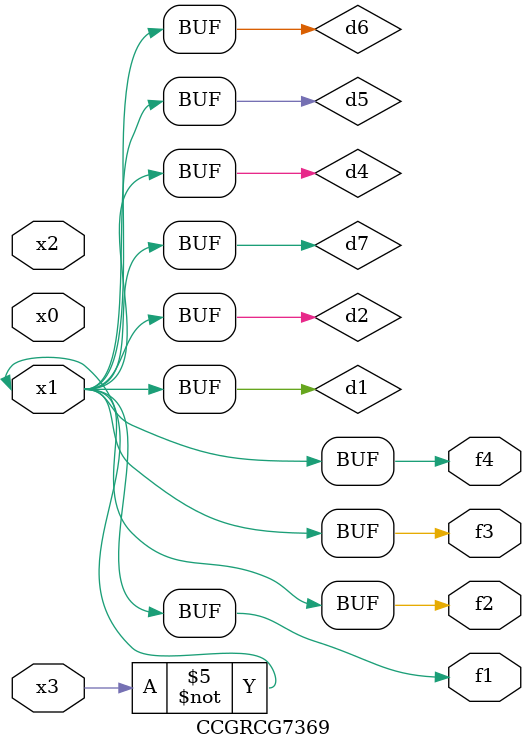
<source format=v>
module CCGRCG7369(
	input x0, x1, x2, x3,
	output f1, f2, f3, f4
);

	wire d1, d2, d3, d4, d5, d6, d7;

	not (d1, x3);
	buf (d2, x1);
	xnor (d3, d1, d2);
	nor (d4, d1);
	buf (d5, d1, d2);
	buf (d6, d4, d5);
	nand (d7, d4);
	assign f1 = d6;
	assign f2 = d7;
	assign f3 = d6;
	assign f4 = d6;
endmodule

</source>
